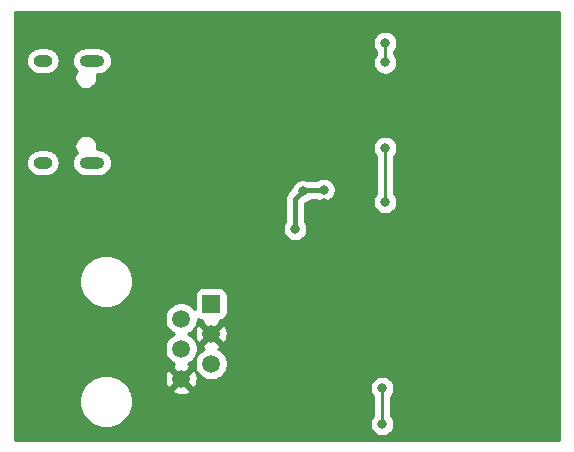
<source format=gbl>
%TF.GenerationSoftware,KiCad,Pcbnew,5.1.10-88a1d61d58~90~ubuntu20.04.1*%
%TF.CreationDate,2021-11-06T19:29:54+01:00*%
%TF.ProjectId,e-meter-usb-c,652d6d65-7465-4722-9d75-73622d632e6b,rev?*%
%TF.SameCoordinates,Original*%
%TF.FileFunction,Copper,L2,Bot*%
%TF.FilePolarity,Positive*%
%FSLAX46Y46*%
G04 Gerber Fmt 4.6, Leading zero omitted, Abs format (unit mm)*
G04 Created by KiCad (PCBNEW 5.1.10-88a1d61d58~90~ubuntu20.04.1) date 2021-11-06 19:29:54*
%MOMM*%
%LPD*%
G01*
G04 APERTURE LIST*
%TA.AperFunction,ComponentPad*%
%ADD10O,2.100000X1.000000*%
%TD*%
%TA.AperFunction,ComponentPad*%
%ADD11O,1.600000X1.000000*%
%TD*%
%TA.AperFunction,ComponentPad*%
%ADD12R,1.520000X1.520000*%
%TD*%
%TA.AperFunction,ComponentPad*%
%ADD13C,1.520000*%
%TD*%
%TA.AperFunction,ViaPad*%
%ADD14C,0.800000*%
%TD*%
%TA.AperFunction,Conductor*%
%ADD15C,0.400000*%
%TD*%
%TA.AperFunction,Conductor*%
%ADD16C,0.250000*%
%TD*%
%TA.AperFunction,Conductor*%
%ADD17C,0.254000*%
%TD*%
%TA.AperFunction,Conductor*%
%ADD18C,0.100000*%
%TD*%
G04 APERTURE END LIST*
D10*
%TO.P,J2,S1*%
%TO.N,Net-(J2-PadS1)*%
X114890000Y-38864000D03*
X114890000Y-30224000D03*
D11*
X110710000Y-30224000D03*
X110710000Y-38864000D03*
%TD*%
D12*
%TO.P,J1,1*%
%TO.N,/HAN_DATA_REQ*%
X124968000Y-50800000D03*
D13*
%TO.P,J1,2*%
X122428000Y-52070000D03*
%TO.P,J1,3*%
%TO.N,GND*%
X124968000Y-53340000D03*
%TO.P,J1,4*%
%TO.N,Net-(J1-Pad4)*%
X122428000Y-54610000D03*
%TO.P,J1,5*%
%TO.N,/HAN_DATA*%
X124968000Y-55880000D03*
%TO.P,J1,6*%
%TO.N,GND*%
X122428000Y-57150000D03*
%TD*%
D14*
%TO.N,GND*%
X134493000Y-42291000D03*
X153543000Y-58293000D03*
X153924000Y-34036000D03*
X149098000Y-46990000D03*
X129794000Y-27432000D03*
X120650000Y-27686000D03*
X117602000Y-29083000D03*
X127381000Y-49784000D03*
X127571500Y-52514500D03*
X128524000Y-43942000D03*
X130746500Y-43942000D03*
X129921000Y-56769000D03*
X134874000Y-28702000D03*
X134874000Y-33274000D03*
X134874000Y-36703000D03*
X147320000Y-37084000D03*
X146304000Y-33147000D03*
X143002000Y-46990000D03*
X117221000Y-39116000D03*
%TO.N,+3V3*%
X134492999Y-41148000D03*
X132080000Y-44450000D03*
X132715000Y-41275000D03*
%TO.N,/HAN_TO_ESP*%
X139446000Y-60960000D03*
X139446000Y-57949000D03*
%TO.N,/UART_DTR*%
X139700000Y-30353000D03*
X139700000Y-28702000D03*
%TO.N,/ESP_IO0*%
X139700000Y-37592000D03*
X139700000Y-42164000D03*
%TD*%
D15*
%TO.N,+3V3*%
X134492999Y-41148000D02*
X133096000Y-41148000D01*
X133096000Y-41148000D02*
X132842000Y-41148000D01*
X132080000Y-41910000D02*
X132715000Y-41275000D01*
X132080000Y-44450000D02*
X132080000Y-41910000D01*
X132842000Y-41148000D02*
X132842000Y-41148000D01*
X132715000Y-41275000D02*
X132842000Y-41148000D01*
D16*
%TO.N,/HAN_TO_ESP*%
X139446000Y-60960000D02*
X139446000Y-57949000D01*
%TO.N,/UART_DTR*%
X139700000Y-30353000D02*
X139700000Y-28702000D01*
%TO.N,/ESP_IO0*%
X139700000Y-37592000D02*
X139700000Y-42164000D01*
%TD*%
D17*
%TO.N,GND*%
X154432000Y-62307000D02*
X108381000Y-62307000D01*
X108381000Y-58827409D01*
X113818000Y-58827409D01*
X113818000Y-59272591D01*
X113904851Y-59709218D01*
X114075214Y-60120511D01*
X114322544Y-60490666D01*
X114637334Y-60805456D01*
X115007489Y-61052786D01*
X115418782Y-61223149D01*
X115855409Y-61310000D01*
X116300591Y-61310000D01*
X116737218Y-61223149D01*
X117148511Y-61052786D01*
X117518666Y-60805456D01*
X117833456Y-60490666D01*
X118080786Y-60120511D01*
X118251149Y-59709218D01*
X118338000Y-59272591D01*
X118338000Y-58827409D01*
X118251149Y-58390782D01*
X118136559Y-58114137D01*
X121643469Y-58114137D01*
X121710206Y-58354025D01*
X121958892Y-58470924D01*
X122225606Y-58537061D01*
X122500097Y-58549895D01*
X122771817Y-58508931D01*
X123030326Y-58415744D01*
X123145794Y-58354025D01*
X123212531Y-58114137D01*
X122428000Y-57329605D01*
X121643469Y-58114137D01*
X118136559Y-58114137D01*
X118080786Y-57979489D01*
X117833456Y-57609334D01*
X117518666Y-57294544D01*
X117410242Y-57222097D01*
X121028105Y-57222097D01*
X121069069Y-57493817D01*
X121162256Y-57752326D01*
X121223975Y-57867794D01*
X121463863Y-57934531D01*
X122248395Y-57150000D01*
X122607605Y-57150000D01*
X123392137Y-57934531D01*
X123632025Y-57867794D01*
X123641770Y-57847061D01*
X138411000Y-57847061D01*
X138411000Y-58050939D01*
X138450774Y-58250898D01*
X138528795Y-58439256D01*
X138642063Y-58608774D01*
X138686001Y-58652712D01*
X138686000Y-60256289D01*
X138642063Y-60300226D01*
X138528795Y-60469744D01*
X138450774Y-60658102D01*
X138411000Y-60858061D01*
X138411000Y-61061939D01*
X138450774Y-61261898D01*
X138528795Y-61450256D01*
X138642063Y-61619774D01*
X138786226Y-61763937D01*
X138955744Y-61877205D01*
X139144102Y-61955226D01*
X139344061Y-61995000D01*
X139547939Y-61995000D01*
X139747898Y-61955226D01*
X139936256Y-61877205D01*
X140105774Y-61763937D01*
X140249937Y-61619774D01*
X140363205Y-61450256D01*
X140441226Y-61261898D01*
X140481000Y-61061939D01*
X140481000Y-60858061D01*
X140441226Y-60658102D01*
X140363205Y-60469744D01*
X140249937Y-60300226D01*
X140206000Y-60256289D01*
X140206000Y-58652711D01*
X140249937Y-58608774D01*
X140363205Y-58439256D01*
X140441226Y-58250898D01*
X140481000Y-58050939D01*
X140481000Y-57847061D01*
X140441226Y-57647102D01*
X140363205Y-57458744D01*
X140249937Y-57289226D01*
X140105774Y-57145063D01*
X139936256Y-57031795D01*
X139747898Y-56953774D01*
X139547939Y-56914000D01*
X139344061Y-56914000D01*
X139144102Y-56953774D01*
X138955744Y-57031795D01*
X138786226Y-57145063D01*
X138642063Y-57289226D01*
X138528795Y-57458744D01*
X138450774Y-57647102D01*
X138411000Y-57847061D01*
X123641770Y-57847061D01*
X123748924Y-57619108D01*
X123815061Y-57352394D01*
X123827895Y-57077903D01*
X123786931Y-56806183D01*
X123693744Y-56547674D01*
X123632025Y-56432206D01*
X123392137Y-56365469D01*
X122607605Y-57150000D01*
X122248395Y-57150000D01*
X121463863Y-56365469D01*
X121223975Y-56432206D01*
X121107076Y-56680892D01*
X121040939Y-56947606D01*
X121028105Y-57222097D01*
X117410242Y-57222097D01*
X117148511Y-57047214D01*
X116737218Y-56876851D01*
X116300591Y-56790000D01*
X115855409Y-56790000D01*
X115418782Y-56876851D01*
X115007489Y-57047214D01*
X114637334Y-57294544D01*
X114322544Y-57609334D01*
X114075214Y-57979489D01*
X113904851Y-58390782D01*
X113818000Y-58827409D01*
X108381000Y-58827409D01*
X108381000Y-51932604D01*
X121033000Y-51932604D01*
X121033000Y-52207396D01*
X121086609Y-52476907D01*
X121191767Y-52730780D01*
X121344433Y-52959261D01*
X121538739Y-53153567D01*
X121767220Y-53306233D01*
X121848740Y-53340000D01*
X121767220Y-53373767D01*
X121538739Y-53526433D01*
X121344433Y-53720739D01*
X121191767Y-53949220D01*
X121086609Y-54203093D01*
X121033000Y-54472604D01*
X121033000Y-54747396D01*
X121086609Y-55016907D01*
X121191767Y-55270780D01*
X121344433Y-55499261D01*
X121538739Y-55693567D01*
X121767220Y-55846233D01*
X121843501Y-55877830D01*
X121825674Y-55884256D01*
X121710206Y-55945975D01*
X121643469Y-56185863D01*
X122428000Y-56970395D01*
X123212531Y-56185863D01*
X123145794Y-55945975D01*
X123006293Y-55880400D01*
X123088780Y-55846233D01*
X123243871Y-55742604D01*
X123573000Y-55742604D01*
X123573000Y-56017396D01*
X123626609Y-56286907D01*
X123731767Y-56540780D01*
X123884433Y-56769261D01*
X124078739Y-56963567D01*
X124307220Y-57116233D01*
X124561093Y-57221391D01*
X124830604Y-57275000D01*
X125105396Y-57275000D01*
X125374907Y-57221391D01*
X125628780Y-57116233D01*
X125857261Y-56963567D01*
X126051567Y-56769261D01*
X126204233Y-56540780D01*
X126309391Y-56286907D01*
X126363000Y-56017396D01*
X126363000Y-55742604D01*
X126309391Y-55473093D01*
X126204233Y-55219220D01*
X126051567Y-54990739D01*
X125857261Y-54796433D01*
X125628780Y-54643767D01*
X125552499Y-54612170D01*
X125570326Y-54605744D01*
X125685794Y-54544025D01*
X125752531Y-54304137D01*
X124968000Y-53519605D01*
X124183469Y-54304137D01*
X124250206Y-54544025D01*
X124389707Y-54609600D01*
X124307220Y-54643767D01*
X124078739Y-54796433D01*
X123884433Y-54990739D01*
X123731767Y-55219220D01*
X123626609Y-55473093D01*
X123573000Y-55742604D01*
X123243871Y-55742604D01*
X123317261Y-55693567D01*
X123511567Y-55499261D01*
X123664233Y-55270780D01*
X123769391Y-55016907D01*
X123823000Y-54747396D01*
X123823000Y-54472604D01*
X123769391Y-54203093D01*
X123664233Y-53949220D01*
X123511567Y-53720739D01*
X123317261Y-53526433D01*
X123146145Y-53412097D01*
X123568105Y-53412097D01*
X123609069Y-53683817D01*
X123702256Y-53942326D01*
X123763975Y-54057794D01*
X124003863Y-54124531D01*
X124788395Y-53340000D01*
X125147605Y-53340000D01*
X125932137Y-54124531D01*
X126172025Y-54057794D01*
X126288924Y-53809108D01*
X126355061Y-53542394D01*
X126367895Y-53267903D01*
X126326931Y-52996183D01*
X126233744Y-52737674D01*
X126172025Y-52622206D01*
X125932137Y-52555469D01*
X125147605Y-53340000D01*
X124788395Y-53340000D01*
X124003863Y-52555469D01*
X123763975Y-52622206D01*
X123647076Y-52870892D01*
X123580939Y-53137606D01*
X123568105Y-53412097D01*
X123146145Y-53412097D01*
X123088780Y-53373767D01*
X123007260Y-53340000D01*
X123088780Y-53306233D01*
X123317261Y-53153567D01*
X123511567Y-52959261D01*
X123664233Y-52730780D01*
X123769391Y-52476907D01*
X123823000Y-52207396D01*
X123823000Y-52065501D01*
X123853506Y-52090537D01*
X123963820Y-52149502D01*
X124083518Y-52185812D01*
X124208000Y-52198072D01*
X124232931Y-52198072D01*
X124183469Y-52375863D01*
X124968000Y-53160395D01*
X125752531Y-52375863D01*
X125703069Y-52198072D01*
X125728000Y-52198072D01*
X125852482Y-52185812D01*
X125972180Y-52149502D01*
X126082494Y-52090537D01*
X126179185Y-52011185D01*
X126258537Y-51914494D01*
X126317502Y-51804180D01*
X126353812Y-51684482D01*
X126366072Y-51560000D01*
X126366072Y-50040000D01*
X126353812Y-49915518D01*
X126317502Y-49795820D01*
X126258537Y-49685506D01*
X126179185Y-49588815D01*
X126082494Y-49509463D01*
X125972180Y-49450498D01*
X125852482Y-49414188D01*
X125728000Y-49401928D01*
X124208000Y-49401928D01*
X124083518Y-49414188D01*
X123963820Y-49450498D01*
X123853506Y-49509463D01*
X123756815Y-49588815D01*
X123677463Y-49685506D01*
X123618498Y-49795820D01*
X123582188Y-49915518D01*
X123569928Y-50040000D01*
X123569928Y-51268082D01*
X123511567Y-51180739D01*
X123317261Y-50986433D01*
X123088780Y-50833767D01*
X122834907Y-50728609D01*
X122565396Y-50675000D01*
X122290604Y-50675000D01*
X122021093Y-50728609D01*
X121767220Y-50833767D01*
X121538739Y-50986433D01*
X121344433Y-51180739D01*
X121191767Y-51409220D01*
X121086609Y-51663093D01*
X121033000Y-51932604D01*
X108381000Y-51932604D01*
X108381000Y-48667409D01*
X113818000Y-48667409D01*
X113818000Y-49112591D01*
X113904851Y-49549218D01*
X114075214Y-49960511D01*
X114322544Y-50330666D01*
X114637334Y-50645456D01*
X115007489Y-50892786D01*
X115418782Y-51063149D01*
X115855409Y-51150000D01*
X116300591Y-51150000D01*
X116737218Y-51063149D01*
X117148511Y-50892786D01*
X117518666Y-50645456D01*
X117833456Y-50330666D01*
X118080786Y-49960511D01*
X118251149Y-49549218D01*
X118338000Y-49112591D01*
X118338000Y-48667409D01*
X118251149Y-48230782D01*
X118080786Y-47819489D01*
X117833456Y-47449334D01*
X117518666Y-47134544D01*
X117148511Y-46887214D01*
X116737218Y-46716851D01*
X116300591Y-46630000D01*
X115855409Y-46630000D01*
X115418782Y-46716851D01*
X115007489Y-46887214D01*
X114637334Y-47134544D01*
X114322544Y-47449334D01*
X114075214Y-47819489D01*
X113904851Y-48230782D01*
X113818000Y-48667409D01*
X108381000Y-48667409D01*
X108381000Y-44348061D01*
X131045000Y-44348061D01*
X131045000Y-44551939D01*
X131084774Y-44751898D01*
X131162795Y-44940256D01*
X131276063Y-45109774D01*
X131420226Y-45253937D01*
X131589744Y-45367205D01*
X131778102Y-45445226D01*
X131978061Y-45485000D01*
X132181939Y-45485000D01*
X132381898Y-45445226D01*
X132570256Y-45367205D01*
X132739774Y-45253937D01*
X132883937Y-45109774D01*
X132997205Y-44940256D01*
X133075226Y-44751898D01*
X133115000Y-44551939D01*
X133115000Y-44348061D01*
X133075226Y-44148102D01*
X132997205Y-43959744D01*
X132915000Y-43836715D01*
X132915000Y-42290495D01*
X133016898Y-42270226D01*
X133205256Y-42192205D01*
X133374774Y-42078937D01*
X133470711Y-41983000D01*
X133879714Y-41983000D01*
X134002743Y-42065205D01*
X134191101Y-42143226D01*
X134391060Y-42183000D01*
X134594938Y-42183000D01*
X134794897Y-42143226D01*
X134983255Y-42065205D01*
X135152773Y-41951937D01*
X135296936Y-41807774D01*
X135410204Y-41638256D01*
X135488225Y-41449898D01*
X135527999Y-41249939D01*
X135527999Y-41046061D01*
X135488225Y-40846102D01*
X135410204Y-40657744D01*
X135296936Y-40488226D01*
X135152773Y-40344063D01*
X134983255Y-40230795D01*
X134794897Y-40152774D01*
X134594938Y-40113000D01*
X134391060Y-40113000D01*
X134191101Y-40152774D01*
X134002743Y-40230795D01*
X133879714Y-40313000D01*
X133097112Y-40313000D01*
X133016898Y-40279774D01*
X132816939Y-40240000D01*
X132613061Y-40240000D01*
X132413102Y-40279774D01*
X132224744Y-40357795D01*
X132055226Y-40471063D01*
X131911063Y-40615226D01*
X131797795Y-40784744D01*
X131719774Y-40973102D01*
X131690908Y-41118225D01*
X131518573Y-41290559D01*
X131486710Y-41316709D01*
X131437281Y-41376939D01*
X131382364Y-41443855D01*
X131304828Y-41588914D01*
X131257082Y-41746312D01*
X131240960Y-41910000D01*
X131245001Y-41951028D01*
X131245000Y-43836715D01*
X131162795Y-43959744D01*
X131084774Y-44148102D01*
X131045000Y-44348061D01*
X108381000Y-44348061D01*
X108381000Y-38864000D01*
X109269509Y-38864000D01*
X109291423Y-39086499D01*
X109356324Y-39300447D01*
X109461716Y-39497623D01*
X109603551Y-39670449D01*
X109776377Y-39812284D01*
X109973553Y-39917676D01*
X110187501Y-39982577D01*
X110354248Y-39999000D01*
X111065752Y-39999000D01*
X111232499Y-39982577D01*
X111446447Y-39917676D01*
X111643623Y-39812284D01*
X111816449Y-39670449D01*
X111958284Y-39497623D01*
X112063676Y-39300447D01*
X112128577Y-39086499D01*
X112150491Y-38864000D01*
X113199509Y-38864000D01*
X113221423Y-39086499D01*
X113286324Y-39300447D01*
X113391716Y-39497623D01*
X113533551Y-39670449D01*
X113706377Y-39812284D01*
X113903553Y-39917676D01*
X114117501Y-39982577D01*
X114284248Y-39999000D01*
X115495752Y-39999000D01*
X115662499Y-39982577D01*
X115876447Y-39917676D01*
X116073623Y-39812284D01*
X116246449Y-39670449D01*
X116388284Y-39497623D01*
X116493676Y-39300447D01*
X116558577Y-39086499D01*
X116580491Y-38864000D01*
X116558577Y-38641501D01*
X116493676Y-38427553D01*
X116388284Y-38230377D01*
X116246449Y-38057551D01*
X116073623Y-37915716D01*
X115876447Y-37810324D01*
X115662499Y-37745423D01*
X115495752Y-37729000D01*
X115276904Y-37729000D01*
X115283108Y-37714022D01*
X115320000Y-37528552D01*
X115320000Y-37490061D01*
X138665000Y-37490061D01*
X138665000Y-37693939D01*
X138704774Y-37893898D01*
X138782795Y-38082256D01*
X138896063Y-38251774D01*
X138940000Y-38295711D01*
X138940001Y-41460288D01*
X138896063Y-41504226D01*
X138782795Y-41673744D01*
X138704774Y-41862102D01*
X138665000Y-42062061D01*
X138665000Y-42265939D01*
X138704774Y-42465898D01*
X138782795Y-42654256D01*
X138896063Y-42823774D01*
X139040226Y-42967937D01*
X139209744Y-43081205D01*
X139398102Y-43159226D01*
X139598061Y-43199000D01*
X139801939Y-43199000D01*
X140001898Y-43159226D01*
X140190256Y-43081205D01*
X140359774Y-42967937D01*
X140503937Y-42823774D01*
X140617205Y-42654256D01*
X140695226Y-42465898D01*
X140735000Y-42265939D01*
X140735000Y-42062061D01*
X140695226Y-41862102D01*
X140617205Y-41673744D01*
X140503937Y-41504226D01*
X140460000Y-41460289D01*
X140460000Y-38295711D01*
X140503937Y-38251774D01*
X140617205Y-38082256D01*
X140695226Y-37893898D01*
X140735000Y-37693939D01*
X140735000Y-37490061D01*
X140695226Y-37290102D01*
X140617205Y-37101744D01*
X140503937Y-36932226D01*
X140359774Y-36788063D01*
X140190256Y-36674795D01*
X140001898Y-36596774D01*
X139801939Y-36557000D01*
X139598061Y-36557000D01*
X139398102Y-36596774D01*
X139209744Y-36674795D01*
X139040226Y-36788063D01*
X138896063Y-36932226D01*
X138782795Y-37101744D01*
X138704774Y-37290102D01*
X138665000Y-37490061D01*
X115320000Y-37490061D01*
X115320000Y-37339448D01*
X115283108Y-37153978D01*
X115210741Y-36979269D01*
X115105681Y-36822036D01*
X114971964Y-36688319D01*
X114814731Y-36583259D01*
X114640022Y-36510892D01*
X114454552Y-36474000D01*
X114265448Y-36474000D01*
X114079978Y-36510892D01*
X113905269Y-36583259D01*
X113748036Y-36688319D01*
X113614319Y-36822036D01*
X113509259Y-36979269D01*
X113436892Y-37153978D01*
X113400000Y-37339448D01*
X113400000Y-37528552D01*
X113436892Y-37714022D01*
X113509259Y-37888731D01*
X113590715Y-38010638D01*
X113533551Y-38057551D01*
X113391716Y-38230377D01*
X113286324Y-38427553D01*
X113221423Y-38641501D01*
X113199509Y-38864000D01*
X112150491Y-38864000D01*
X112128577Y-38641501D01*
X112063676Y-38427553D01*
X111958284Y-38230377D01*
X111816449Y-38057551D01*
X111643623Y-37915716D01*
X111446447Y-37810324D01*
X111232499Y-37745423D01*
X111065752Y-37729000D01*
X110354248Y-37729000D01*
X110187501Y-37745423D01*
X109973553Y-37810324D01*
X109776377Y-37915716D01*
X109603551Y-38057551D01*
X109461716Y-38230377D01*
X109356324Y-38427553D01*
X109291423Y-38641501D01*
X109269509Y-38864000D01*
X108381000Y-38864000D01*
X108381000Y-30224000D01*
X109269509Y-30224000D01*
X109291423Y-30446499D01*
X109356324Y-30660447D01*
X109461716Y-30857623D01*
X109603551Y-31030449D01*
X109776377Y-31172284D01*
X109973553Y-31277676D01*
X110187501Y-31342577D01*
X110354248Y-31359000D01*
X111065752Y-31359000D01*
X111232499Y-31342577D01*
X111446447Y-31277676D01*
X111643623Y-31172284D01*
X111816449Y-31030449D01*
X111958284Y-30857623D01*
X112063676Y-30660447D01*
X112128577Y-30446499D01*
X112150491Y-30224000D01*
X113199509Y-30224000D01*
X113221423Y-30446499D01*
X113286324Y-30660447D01*
X113391716Y-30857623D01*
X113533551Y-31030449D01*
X113590715Y-31077362D01*
X113509259Y-31199269D01*
X113436892Y-31373978D01*
X113400000Y-31559448D01*
X113400000Y-31748552D01*
X113436892Y-31934022D01*
X113509259Y-32108731D01*
X113614319Y-32265964D01*
X113748036Y-32399681D01*
X113905269Y-32504741D01*
X114079978Y-32577108D01*
X114265448Y-32614000D01*
X114454552Y-32614000D01*
X114640022Y-32577108D01*
X114814731Y-32504741D01*
X114971964Y-32399681D01*
X115105681Y-32265964D01*
X115210741Y-32108731D01*
X115283108Y-31934022D01*
X115320000Y-31748552D01*
X115320000Y-31559448D01*
X115283108Y-31373978D01*
X115276904Y-31359000D01*
X115495752Y-31359000D01*
X115662499Y-31342577D01*
X115876447Y-31277676D01*
X116073623Y-31172284D01*
X116246449Y-31030449D01*
X116388284Y-30857623D01*
X116493676Y-30660447D01*
X116558577Y-30446499D01*
X116580491Y-30224000D01*
X116558577Y-30001501D01*
X116493676Y-29787553D01*
X116388284Y-29590377D01*
X116246449Y-29417551D01*
X116073623Y-29275716D01*
X115876447Y-29170324D01*
X115662499Y-29105423D01*
X115495752Y-29089000D01*
X114284248Y-29089000D01*
X114117501Y-29105423D01*
X113903553Y-29170324D01*
X113706377Y-29275716D01*
X113533551Y-29417551D01*
X113391716Y-29590377D01*
X113286324Y-29787553D01*
X113221423Y-30001501D01*
X113199509Y-30224000D01*
X112150491Y-30224000D01*
X112128577Y-30001501D01*
X112063676Y-29787553D01*
X111958284Y-29590377D01*
X111816449Y-29417551D01*
X111643623Y-29275716D01*
X111446447Y-29170324D01*
X111232499Y-29105423D01*
X111065752Y-29089000D01*
X110354248Y-29089000D01*
X110187501Y-29105423D01*
X109973553Y-29170324D01*
X109776377Y-29275716D01*
X109603551Y-29417551D01*
X109461716Y-29590377D01*
X109356324Y-29787553D01*
X109291423Y-30001501D01*
X109269509Y-30224000D01*
X108381000Y-30224000D01*
X108381000Y-28600061D01*
X138665000Y-28600061D01*
X138665000Y-28803939D01*
X138704774Y-29003898D01*
X138782795Y-29192256D01*
X138896063Y-29361774D01*
X138940001Y-29405712D01*
X138940000Y-29649289D01*
X138896063Y-29693226D01*
X138782795Y-29862744D01*
X138704774Y-30051102D01*
X138665000Y-30251061D01*
X138665000Y-30454939D01*
X138704774Y-30654898D01*
X138782795Y-30843256D01*
X138896063Y-31012774D01*
X139040226Y-31156937D01*
X139209744Y-31270205D01*
X139398102Y-31348226D01*
X139598061Y-31388000D01*
X139801939Y-31388000D01*
X140001898Y-31348226D01*
X140190256Y-31270205D01*
X140359774Y-31156937D01*
X140503937Y-31012774D01*
X140617205Y-30843256D01*
X140695226Y-30654898D01*
X140735000Y-30454939D01*
X140735000Y-30251061D01*
X140695226Y-30051102D01*
X140617205Y-29862744D01*
X140503937Y-29693226D01*
X140460000Y-29649289D01*
X140460000Y-29405711D01*
X140503937Y-29361774D01*
X140617205Y-29192256D01*
X140695226Y-29003898D01*
X140735000Y-28803939D01*
X140735000Y-28600061D01*
X140695226Y-28400102D01*
X140617205Y-28211744D01*
X140503937Y-28042226D01*
X140359774Y-27898063D01*
X140190256Y-27784795D01*
X140001898Y-27706774D01*
X139801939Y-27667000D01*
X139598061Y-27667000D01*
X139398102Y-27706774D01*
X139209744Y-27784795D01*
X139040226Y-27898063D01*
X138896063Y-28042226D01*
X138782795Y-28211744D01*
X138704774Y-28400102D01*
X138665000Y-28600061D01*
X108381000Y-28600061D01*
X108381000Y-26085000D01*
X154432000Y-26085000D01*
X154432000Y-62307000D01*
%TA.AperFunction,Conductor*%
D18*
G36*
X154432000Y-62307000D02*
G01*
X108381000Y-62307000D01*
X108381000Y-58827409D01*
X113818000Y-58827409D01*
X113818000Y-59272591D01*
X113904851Y-59709218D01*
X114075214Y-60120511D01*
X114322544Y-60490666D01*
X114637334Y-60805456D01*
X115007489Y-61052786D01*
X115418782Y-61223149D01*
X115855409Y-61310000D01*
X116300591Y-61310000D01*
X116737218Y-61223149D01*
X117148511Y-61052786D01*
X117518666Y-60805456D01*
X117833456Y-60490666D01*
X118080786Y-60120511D01*
X118251149Y-59709218D01*
X118338000Y-59272591D01*
X118338000Y-58827409D01*
X118251149Y-58390782D01*
X118136559Y-58114137D01*
X121643469Y-58114137D01*
X121710206Y-58354025D01*
X121958892Y-58470924D01*
X122225606Y-58537061D01*
X122500097Y-58549895D01*
X122771817Y-58508931D01*
X123030326Y-58415744D01*
X123145794Y-58354025D01*
X123212531Y-58114137D01*
X122428000Y-57329605D01*
X121643469Y-58114137D01*
X118136559Y-58114137D01*
X118080786Y-57979489D01*
X117833456Y-57609334D01*
X117518666Y-57294544D01*
X117410242Y-57222097D01*
X121028105Y-57222097D01*
X121069069Y-57493817D01*
X121162256Y-57752326D01*
X121223975Y-57867794D01*
X121463863Y-57934531D01*
X122248395Y-57150000D01*
X122607605Y-57150000D01*
X123392137Y-57934531D01*
X123632025Y-57867794D01*
X123641770Y-57847061D01*
X138411000Y-57847061D01*
X138411000Y-58050939D01*
X138450774Y-58250898D01*
X138528795Y-58439256D01*
X138642063Y-58608774D01*
X138686001Y-58652712D01*
X138686000Y-60256289D01*
X138642063Y-60300226D01*
X138528795Y-60469744D01*
X138450774Y-60658102D01*
X138411000Y-60858061D01*
X138411000Y-61061939D01*
X138450774Y-61261898D01*
X138528795Y-61450256D01*
X138642063Y-61619774D01*
X138786226Y-61763937D01*
X138955744Y-61877205D01*
X139144102Y-61955226D01*
X139344061Y-61995000D01*
X139547939Y-61995000D01*
X139747898Y-61955226D01*
X139936256Y-61877205D01*
X140105774Y-61763937D01*
X140249937Y-61619774D01*
X140363205Y-61450256D01*
X140441226Y-61261898D01*
X140481000Y-61061939D01*
X140481000Y-60858061D01*
X140441226Y-60658102D01*
X140363205Y-60469744D01*
X140249937Y-60300226D01*
X140206000Y-60256289D01*
X140206000Y-58652711D01*
X140249937Y-58608774D01*
X140363205Y-58439256D01*
X140441226Y-58250898D01*
X140481000Y-58050939D01*
X140481000Y-57847061D01*
X140441226Y-57647102D01*
X140363205Y-57458744D01*
X140249937Y-57289226D01*
X140105774Y-57145063D01*
X139936256Y-57031795D01*
X139747898Y-56953774D01*
X139547939Y-56914000D01*
X139344061Y-56914000D01*
X139144102Y-56953774D01*
X138955744Y-57031795D01*
X138786226Y-57145063D01*
X138642063Y-57289226D01*
X138528795Y-57458744D01*
X138450774Y-57647102D01*
X138411000Y-57847061D01*
X123641770Y-57847061D01*
X123748924Y-57619108D01*
X123815061Y-57352394D01*
X123827895Y-57077903D01*
X123786931Y-56806183D01*
X123693744Y-56547674D01*
X123632025Y-56432206D01*
X123392137Y-56365469D01*
X122607605Y-57150000D01*
X122248395Y-57150000D01*
X121463863Y-56365469D01*
X121223975Y-56432206D01*
X121107076Y-56680892D01*
X121040939Y-56947606D01*
X121028105Y-57222097D01*
X117410242Y-57222097D01*
X117148511Y-57047214D01*
X116737218Y-56876851D01*
X116300591Y-56790000D01*
X115855409Y-56790000D01*
X115418782Y-56876851D01*
X115007489Y-57047214D01*
X114637334Y-57294544D01*
X114322544Y-57609334D01*
X114075214Y-57979489D01*
X113904851Y-58390782D01*
X113818000Y-58827409D01*
X108381000Y-58827409D01*
X108381000Y-51932604D01*
X121033000Y-51932604D01*
X121033000Y-52207396D01*
X121086609Y-52476907D01*
X121191767Y-52730780D01*
X121344433Y-52959261D01*
X121538739Y-53153567D01*
X121767220Y-53306233D01*
X121848740Y-53340000D01*
X121767220Y-53373767D01*
X121538739Y-53526433D01*
X121344433Y-53720739D01*
X121191767Y-53949220D01*
X121086609Y-54203093D01*
X121033000Y-54472604D01*
X121033000Y-54747396D01*
X121086609Y-55016907D01*
X121191767Y-55270780D01*
X121344433Y-55499261D01*
X121538739Y-55693567D01*
X121767220Y-55846233D01*
X121843501Y-55877830D01*
X121825674Y-55884256D01*
X121710206Y-55945975D01*
X121643469Y-56185863D01*
X122428000Y-56970395D01*
X123212531Y-56185863D01*
X123145794Y-55945975D01*
X123006293Y-55880400D01*
X123088780Y-55846233D01*
X123243871Y-55742604D01*
X123573000Y-55742604D01*
X123573000Y-56017396D01*
X123626609Y-56286907D01*
X123731767Y-56540780D01*
X123884433Y-56769261D01*
X124078739Y-56963567D01*
X124307220Y-57116233D01*
X124561093Y-57221391D01*
X124830604Y-57275000D01*
X125105396Y-57275000D01*
X125374907Y-57221391D01*
X125628780Y-57116233D01*
X125857261Y-56963567D01*
X126051567Y-56769261D01*
X126204233Y-56540780D01*
X126309391Y-56286907D01*
X126363000Y-56017396D01*
X126363000Y-55742604D01*
X126309391Y-55473093D01*
X126204233Y-55219220D01*
X126051567Y-54990739D01*
X125857261Y-54796433D01*
X125628780Y-54643767D01*
X125552499Y-54612170D01*
X125570326Y-54605744D01*
X125685794Y-54544025D01*
X125752531Y-54304137D01*
X124968000Y-53519605D01*
X124183469Y-54304137D01*
X124250206Y-54544025D01*
X124389707Y-54609600D01*
X124307220Y-54643767D01*
X124078739Y-54796433D01*
X123884433Y-54990739D01*
X123731767Y-55219220D01*
X123626609Y-55473093D01*
X123573000Y-55742604D01*
X123243871Y-55742604D01*
X123317261Y-55693567D01*
X123511567Y-55499261D01*
X123664233Y-55270780D01*
X123769391Y-55016907D01*
X123823000Y-54747396D01*
X123823000Y-54472604D01*
X123769391Y-54203093D01*
X123664233Y-53949220D01*
X123511567Y-53720739D01*
X123317261Y-53526433D01*
X123146145Y-53412097D01*
X123568105Y-53412097D01*
X123609069Y-53683817D01*
X123702256Y-53942326D01*
X123763975Y-54057794D01*
X124003863Y-54124531D01*
X124788395Y-53340000D01*
X125147605Y-53340000D01*
X125932137Y-54124531D01*
X126172025Y-54057794D01*
X126288924Y-53809108D01*
X126355061Y-53542394D01*
X126367895Y-53267903D01*
X126326931Y-52996183D01*
X126233744Y-52737674D01*
X126172025Y-52622206D01*
X125932137Y-52555469D01*
X125147605Y-53340000D01*
X124788395Y-53340000D01*
X124003863Y-52555469D01*
X123763975Y-52622206D01*
X123647076Y-52870892D01*
X123580939Y-53137606D01*
X123568105Y-53412097D01*
X123146145Y-53412097D01*
X123088780Y-53373767D01*
X123007260Y-53340000D01*
X123088780Y-53306233D01*
X123317261Y-53153567D01*
X123511567Y-52959261D01*
X123664233Y-52730780D01*
X123769391Y-52476907D01*
X123823000Y-52207396D01*
X123823000Y-52065501D01*
X123853506Y-52090537D01*
X123963820Y-52149502D01*
X124083518Y-52185812D01*
X124208000Y-52198072D01*
X124232931Y-52198072D01*
X124183469Y-52375863D01*
X124968000Y-53160395D01*
X125752531Y-52375863D01*
X125703069Y-52198072D01*
X125728000Y-52198072D01*
X125852482Y-52185812D01*
X125972180Y-52149502D01*
X126082494Y-52090537D01*
X126179185Y-52011185D01*
X126258537Y-51914494D01*
X126317502Y-51804180D01*
X126353812Y-51684482D01*
X126366072Y-51560000D01*
X126366072Y-50040000D01*
X126353812Y-49915518D01*
X126317502Y-49795820D01*
X126258537Y-49685506D01*
X126179185Y-49588815D01*
X126082494Y-49509463D01*
X125972180Y-49450498D01*
X125852482Y-49414188D01*
X125728000Y-49401928D01*
X124208000Y-49401928D01*
X124083518Y-49414188D01*
X123963820Y-49450498D01*
X123853506Y-49509463D01*
X123756815Y-49588815D01*
X123677463Y-49685506D01*
X123618498Y-49795820D01*
X123582188Y-49915518D01*
X123569928Y-50040000D01*
X123569928Y-51268082D01*
X123511567Y-51180739D01*
X123317261Y-50986433D01*
X123088780Y-50833767D01*
X122834907Y-50728609D01*
X122565396Y-50675000D01*
X122290604Y-50675000D01*
X122021093Y-50728609D01*
X121767220Y-50833767D01*
X121538739Y-50986433D01*
X121344433Y-51180739D01*
X121191767Y-51409220D01*
X121086609Y-51663093D01*
X121033000Y-51932604D01*
X108381000Y-51932604D01*
X108381000Y-48667409D01*
X113818000Y-48667409D01*
X113818000Y-49112591D01*
X113904851Y-49549218D01*
X114075214Y-49960511D01*
X114322544Y-50330666D01*
X114637334Y-50645456D01*
X115007489Y-50892786D01*
X115418782Y-51063149D01*
X115855409Y-51150000D01*
X116300591Y-51150000D01*
X116737218Y-51063149D01*
X117148511Y-50892786D01*
X117518666Y-50645456D01*
X117833456Y-50330666D01*
X118080786Y-49960511D01*
X118251149Y-49549218D01*
X118338000Y-49112591D01*
X118338000Y-48667409D01*
X118251149Y-48230782D01*
X118080786Y-47819489D01*
X117833456Y-47449334D01*
X117518666Y-47134544D01*
X117148511Y-46887214D01*
X116737218Y-46716851D01*
X116300591Y-46630000D01*
X115855409Y-46630000D01*
X115418782Y-46716851D01*
X115007489Y-46887214D01*
X114637334Y-47134544D01*
X114322544Y-47449334D01*
X114075214Y-47819489D01*
X113904851Y-48230782D01*
X113818000Y-48667409D01*
X108381000Y-48667409D01*
X108381000Y-44348061D01*
X131045000Y-44348061D01*
X131045000Y-44551939D01*
X131084774Y-44751898D01*
X131162795Y-44940256D01*
X131276063Y-45109774D01*
X131420226Y-45253937D01*
X131589744Y-45367205D01*
X131778102Y-45445226D01*
X131978061Y-45485000D01*
X132181939Y-45485000D01*
X132381898Y-45445226D01*
X132570256Y-45367205D01*
X132739774Y-45253937D01*
X132883937Y-45109774D01*
X132997205Y-44940256D01*
X133075226Y-44751898D01*
X133115000Y-44551939D01*
X133115000Y-44348061D01*
X133075226Y-44148102D01*
X132997205Y-43959744D01*
X132915000Y-43836715D01*
X132915000Y-42290495D01*
X133016898Y-42270226D01*
X133205256Y-42192205D01*
X133374774Y-42078937D01*
X133470711Y-41983000D01*
X133879714Y-41983000D01*
X134002743Y-42065205D01*
X134191101Y-42143226D01*
X134391060Y-42183000D01*
X134594938Y-42183000D01*
X134794897Y-42143226D01*
X134983255Y-42065205D01*
X135152773Y-41951937D01*
X135296936Y-41807774D01*
X135410204Y-41638256D01*
X135488225Y-41449898D01*
X135527999Y-41249939D01*
X135527999Y-41046061D01*
X135488225Y-40846102D01*
X135410204Y-40657744D01*
X135296936Y-40488226D01*
X135152773Y-40344063D01*
X134983255Y-40230795D01*
X134794897Y-40152774D01*
X134594938Y-40113000D01*
X134391060Y-40113000D01*
X134191101Y-40152774D01*
X134002743Y-40230795D01*
X133879714Y-40313000D01*
X133097112Y-40313000D01*
X133016898Y-40279774D01*
X132816939Y-40240000D01*
X132613061Y-40240000D01*
X132413102Y-40279774D01*
X132224744Y-40357795D01*
X132055226Y-40471063D01*
X131911063Y-40615226D01*
X131797795Y-40784744D01*
X131719774Y-40973102D01*
X131690908Y-41118225D01*
X131518573Y-41290559D01*
X131486710Y-41316709D01*
X131437281Y-41376939D01*
X131382364Y-41443855D01*
X131304828Y-41588914D01*
X131257082Y-41746312D01*
X131240960Y-41910000D01*
X131245001Y-41951028D01*
X131245000Y-43836715D01*
X131162795Y-43959744D01*
X131084774Y-44148102D01*
X131045000Y-44348061D01*
X108381000Y-44348061D01*
X108381000Y-38864000D01*
X109269509Y-38864000D01*
X109291423Y-39086499D01*
X109356324Y-39300447D01*
X109461716Y-39497623D01*
X109603551Y-39670449D01*
X109776377Y-39812284D01*
X109973553Y-39917676D01*
X110187501Y-39982577D01*
X110354248Y-39999000D01*
X111065752Y-39999000D01*
X111232499Y-39982577D01*
X111446447Y-39917676D01*
X111643623Y-39812284D01*
X111816449Y-39670449D01*
X111958284Y-39497623D01*
X112063676Y-39300447D01*
X112128577Y-39086499D01*
X112150491Y-38864000D01*
X113199509Y-38864000D01*
X113221423Y-39086499D01*
X113286324Y-39300447D01*
X113391716Y-39497623D01*
X113533551Y-39670449D01*
X113706377Y-39812284D01*
X113903553Y-39917676D01*
X114117501Y-39982577D01*
X114284248Y-39999000D01*
X115495752Y-39999000D01*
X115662499Y-39982577D01*
X115876447Y-39917676D01*
X116073623Y-39812284D01*
X116246449Y-39670449D01*
X116388284Y-39497623D01*
X116493676Y-39300447D01*
X116558577Y-39086499D01*
X116580491Y-38864000D01*
X116558577Y-38641501D01*
X116493676Y-38427553D01*
X116388284Y-38230377D01*
X116246449Y-38057551D01*
X116073623Y-37915716D01*
X115876447Y-37810324D01*
X115662499Y-37745423D01*
X115495752Y-37729000D01*
X115276904Y-37729000D01*
X115283108Y-37714022D01*
X115320000Y-37528552D01*
X115320000Y-37490061D01*
X138665000Y-37490061D01*
X138665000Y-37693939D01*
X138704774Y-37893898D01*
X138782795Y-38082256D01*
X138896063Y-38251774D01*
X138940000Y-38295711D01*
X138940001Y-41460288D01*
X138896063Y-41504226D01*
X138782795Y-41673744D01*
X138704774Y-41862102D01*
X138665000Y-42062061D01*
X138665000Y-42265939D01*
X138704774Y-42465898D01*
X138782795Y-42654256D01*
X138896063Y-42823774D01*
X139040226Y-42967937D01*
X139209744Y-43081205D01*
X139398102Y-43159226D01*
X139598061Y-43199000D01*
X139801939Y-43199000D01*
X140001898Y-43159226D01*
X140190256Y-43081205D01*
X140359774Y-42967937D01*
X140503937Y-42823774D01*
X140617205Y-42654256D01*
X140695226Y-42465898D01*
X140735000Y-42265939D01*
X140735000Y-42062061D01*
X140695226Y-41862102D01*
X140617205Y-41673744D01*
X140503937Y-41504226D01*
X140460000Y-41460289D01*
X140460000Y-38295711D01*
X140503937Y-38251774D01*
X140617205Y-38082256D01*
X140695226Y-37893898D01*
X140735000Y-37693939D01*
X140735000Y-37490061D01*
X140695226Y-37290102D01*
X140617205Y-37101744D01*
X140503937Y-36932226D01*
X140359774Y-36788063D01*
X140190256Y-36674795D01*
X140001898Y-36596774D01*
X139801939Y-36557000D01*
X139598061Y-36557000D01*
X139398102Y-36596774D01*
X139209744Y-36674795D01*
X139040226Y-36788063D01*
X138896063Y-36932226D01*
X138782795Y-37101744D01*
X138704774Y-37290102D01*
X138665000Y-37490061D01*
X115320000Y-37490061D01*
X115320000Y-37339448D01*
X115283108Y-37153978D01*
X115210741Y-36979269D01*
X115105681Y-36822036D01*
X114971964Y-36688319D01*
X114814731Y-36583259D01*
X114640022Y-36510892D01*
X114454552Y-36474000D01*
X114265448Y-36474000D01*
X114079978Y-36510892D01*
X113905269Y-36583259D01*
X113748036Y-36688319D01*
X113614319Y-36822036D01*
X113509259Y-36979269D01*
X113436892Y-37153978D01*
X113400000Y-37339448D01*
X113400000Y-37528552D01*
X113436892Y-37714022D01*
X113509259Y-37888731D01*
X113590715Y-38010638D01*
X113533551Y-38057551D01*
X113391716Y-38230377D01*
X113286324Y-38427553D01*
X113221423Y-38641501D01*
X113199509Y-38864000D01*
X112150491Y-38864000D01*
X112128577Y-38641501D01*
X112063676Y-38427553D01*
X111958284Y-38230377D01*
X111816449Y-38057551D01*
X111643623Y-37915716D01*
X111446447Y-37810324D01*
X111232499Y-37745423D01*
X111065752Y-37729000D01*
X110354248Y-37729000D01*
X110187501Y-37745423D01*
X109973553Y-37810324D01*
X109776377Y-37915716D01*
X109603551Y-38057551D01*
X109461716Y-38230377D01*
X109356324Y-38427553D01*
X109291423Y-38641501D01*
X109269509Y-38864000D01*
X108381000Y-38864000D01*
X108381000Y-30224000D01*
X109269509Y-30224000D01*
X109291423Y-30446499D01*
X109356324Y-30660447D01*
X109461716Y-30857623D01*
X109603551Y-31030449D01*
X109776377Y-31172284D01*
X109973553Y-31277676D01*
X110187501Y-31342577D01*
X110354248Y-31359000D01*
X111065752Y-31359000D01*
X111232499Y-31342577D01*
X111446447Y-31277676D01*
X111643623Y-31172284D01*
X111816449Y-31030449D01*
X111958284Y-30857623D01*
X112063676Y-30660447D01*
X112128577Y-30446499D01*
X112150491Y-30224000D01*
X113199509Y-30224000D01*
X113221423Y-30446499D01*
X113286324Y-30660447D01*
X113391716Y-30857623D01*
X113533551Y-31030449D01*
X113590715Y-31077362D01*
X113509259Y-31199269D01*
X113436892Y-31373978D01*
X113400000Y-31559448D01*
X113400000Y-31748552D01*
X113436892Y-31934022D01*
X113509259Y-32108731D01*
X113614319Y-32265964D01*
X113748036Y-32399681D01*
X113905269Y-32504741D01*
X114079978Y-32577108D01*
X114265448Y-32614000D01*
X114454552Y-32614000D01*
X114640022Y-32577108D01*
X114814731Y-32504741D01*
X114971964Y-32399681D01*
X115105681Y-32265964D01*
X115210741Y-32108731D01*
X115283108Y-31934022D01*
X115320000Y-31748552D01*
X115320000Y-31559448D01*
X115283108Y-31373978D01*
X115276904Y-31359000D01*
X115495752Y-31359000D01*
X115662499Y-31342577D01*
X115876447Y-31277676D01*
X116073623Y-31172284D01*
X116246449Y-31030449D01*
X116388284Y-30857623D01*
X116493676Y-30660447D01*
X116558577Y-30446499D01*
X116580491Y-30224000D01*
X116558577Y-30001501D01*
X116493676Y-29787553D01*
X116388284Y-29590377D01*
X116246449Y-29417551D01*
X116073623Y-29275716D01*
X115876447Y-29170324D01*
X115662499Y-29105423D01*
X115495752Y-29089000D01*
X114284248Y-29089000D01*
X114117501Y-29105423D01*
X113903553Y-29170324D01*
X113706377Y-29275716D01*
X113533551Y-29417551D01*
X113391716Y-29590377D01*
X113286324Y-29787553D01*
X113221423Y-30001501D01*
X113199509Y-30224000D01*
X112150491Y-30224000D01*
X112128577Y-30001501D01*
X112063676Y-29787553D01*
X111958284Y-29590377D01*
X111816449Y-29417551D01*
X111643623Y-29275716D01*
X111446447Y-29170324D01*
X111232499Y-29105423D01*
X111065752Y-29089000D01*
X110354248Y-29089000D01*
X110187501Y-29105423D01*
X109973553Y-29170324D01*
X109776377Y-29275716D01*
X109603551Y-29417551D01*
X109461716Y-29590377D01*
X109356324Y-29787553D01*
X109291423Y-30001501D01*
X109269509Y-30224000D01*
X108381000Y-30224000D01*
X108381000Y-28600061D01*
X138665000Y-28600061D01*
X138665000Y-28803939D01*
X138704774Y-29003898D01*
X138782795Y-29192256D01*
X138896063Y-29361774D01*
X138940001Y-29405712D01*
X138940000Y-29649289D01*
X138896063Y-29693226D01*
X138782795Y-29862744D01*
X138704774Y-30051102D01*
X138665000Y-30251061D01*
X138665000Y-30454939D01*
X138704774Y-30654898D01*
X138782795Y-30843256D01*
X138896063Y-31012774D01*
X139040226Y-31156937D01*
X139209744Y-31270205D01*
X139398102Y-31348226D01*
X139598061Y-31388000D01*
X139801939Y-31388000D01*
X140001898Y-31348226D01*
X140190256Y-31270205D01*
X140359774Y-31156937D01*
X140503937Y-31012774D01*
X140617205Y-30843256D01*
X140695226Y-30654898D01*
X140735000Y-30454939D01*
X140735000Y-30251061D01*
X140695226Y-30051102D01*
X140617205Y-29862744D01*
X140503937Y-29693226D01*
X140460000Y-29649289D01*
X140460000Y-29405711D01*
X140503937Y-29361774D01*
X140617205Y-29192256D01*
X140695226Y-29003898D01*
X140735000Y-28803939D01*
X140735000Y-28600061D01*
X140695226Y-28400102D01*
X140617205Y-28211744D01*
X140503937Y-28042226D01*
X140359774Y-27898063D01*
X140190256Y-27784795D01*
X140001898Y-27706774D01*
X139801939Y-27667000D01*
X139598061Y-27667000D01*
X139398102Y-27706774D01*
X139209744Y-27784795D01*
X139040226Y-27898063D01*
X138896063Y-28042226D01*
X138782795Y-28211744D01*
X138704774Y-28400102D01*
X138665000Y-28600061D01*
X108381000Y-28600061D01*
X108381000Y-26085000D01*
X154432000Y-26085000D01*
X154432000Y-62307000D01*
G37*
%TD.AperFunction*%
%TD*%
M02*

</source>
